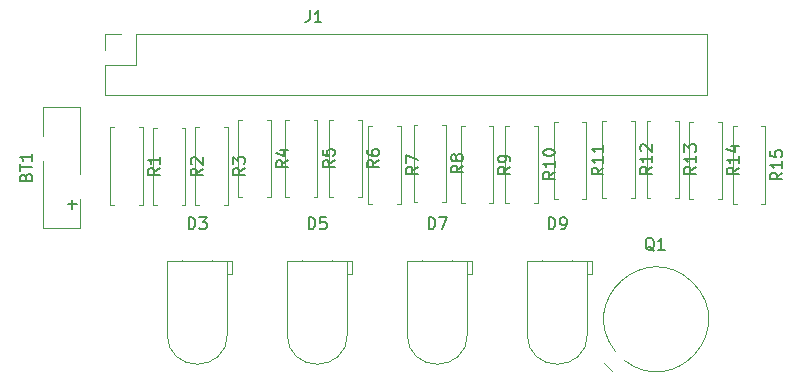
<source format=gto>
G04 #@! TF.GenerationSoftware,KiCad,Pcbnew,(5.1.10-1-10_14)*
G04 #@! TF.CreationDate,2021-06-13T21:08:41+02:00*
G04 #@! TF.ProjectId,led_status_pcb_design,6c65645f-7374-4617-9475-735f7063625f,1.0*
G04 #@! TF.SameCoordinates,Original*
G04 #@! TF.FileFunction,Legend,Top*
G04 #@! TF.FilePolarity,Positive*
%FSLAX46Y46*%
G04 Gerber Fmt 4.6, Leading zero omitted, Abs format (unit mm)*
G04 Created by KiCad (PCBNEW (5.1.10-1-10_14)) date 2021-06-13 21:08:41*
%MOMM*%
%LPD*%
G01*
G04 APERTURE LIST*
%ADD10C,0.100000*%
%ADD11C,0.120000*%
%ADD12C,0.150000*%
G04 APERTURE END LIST*
D10*
X166918920Y-119664560D02*
X167593920Y-120339560D01*
X168600383Y-119394654D02*
G75*
G03*
X167868920Y-118664560I2718537J3455094D01*
G01*
D11*
X124672780Y-96977500D02*
X124672780Y-94377500D01*
X124672780Y-96977500D02*
X175592780Y-96977500D01*
X175592780Y-96977500D02*
X175592780Y-91777500D01*
X127272780Y-91777500D02*
X175592780Y-91777500D01*
X127272780Y-94377500D02*
X127272780Y-91777500D01*
X124672780Y-94377500D02*
X127272780Y-94377500D01*
X124672780Y-91777500D02*
X126002780Y-91777500D01*
X124672780Y-93107500D02*
X124672780Y-91777500D01*
X122512000Y-108213000D02*
X122512000Y-105788000D01*
X122512000Y-103668000D02*
X122512000Y-97993000D01*
X122512000Y-97993000D02*
X119442000Y-97993000D01*
X122512000Y-108213000D02*
X119442000Y-108213000D01*
X119442000Y-108213000D02*
X119442000Y-102538000D01*
X119442000Y-100418000D02*
X119442000Y-97993000D01*
X133732000Y-110888000D02*
X133732000Y-110888000D01*
X133732000Y-111018000D02*
X133732000Y-110888000D01*
X133732000Y-111018000D02*
X133732000Y-111018000D01*
X133732000Y-110888000D02*
X133732000Y-111018000D01*
X131192000Y-110888000D02*
X131192000Y-110888000D01*
X131192000Y-111018000D02*
X131192000Y-110888000D01*
X131192000Y-111018000D02*
X131192000Y-111018000D01*
X131192000Y-110888000D02*
X131192000Y-111018000D01*
X135022000Y-111018000D02*
X135422000Y-111018000D01*
X135022000Y-112138000D02*
X135022000Y-111018000D01*
X135422000Y-112138000D02*
X135022000Y-112138000D01*
X135422000Y-111018000D02*
X135422000Y-112138000D01*
X129902000Y-111018000D02*
X135022000Y-111018000D01*
X135022000Y-111018000D02*
X135022000Y-117178000D01*
X129902000Y-111018000D02*
X129902000Y-117178000D01*
X135022000Y-117178000D02*
G75*
G02*
X129902000Y-117178000I-2560000J0D01*
G01*
X143892000Y-110888000D02*
X143892000Y-110888000D01*
X143892000Y-111018000D02*
X143892000Y-110888000D01*
X143892000Y-111018000D02*
X143892000Y-111018000D01*
X143892000Y-110888000D02*
X143892000Y-111018000D01*
X141352000Y-110888000D02*
X141352000Y-110888000D01*
X141352000Y-111018000D02*
X141352000Y-110888000D01*
X141352000Y-111018000D02*
X141352000Y-111018000D01*
X141352000Y-110888000D02*
X141352000Y-111018000D01*
X145182000Y-111018000D02*
X145582000Y-111018000D01*
X145182000Y-112138000D02*
X145182000Y-111018000D01*
X145582000Y-112138000D02*
X145182000Y-112138000D01*
X145582000Y-111018000D02*
X145582000Y-112138000D01*
X140062000Y-111018000D02*
X145182000Y-111018000D01*
X145182000Y-111018000D02*
X145182000Y-117178000D01*
X140062000Y-111018000D02*
X140062000Y-117178000D01*
X145182000Y-117178000D02*
G75*
G02*
X140062000Y-117178000I-2560000J0D01*
G01*
X150222000Y-111018000D02*
X150222000Y-117178000D01*
X155342000Y-111018000D02*
X155342000Y-117178000D01*
X150222000Y-111018000D02*
X155342000Y-111018000D01*
X155742000Y-111018000D02*
X155742000Y-112138000D01*
X155742000Y-112138000D02*
X155342000Y-112138000D01*
X155342000Y-112138000D02*
X155342000Y-111018000D01*
X155342000Y-111018000D02*
X155742000Y-111018000D01*
X151512000Y-110888000D02*
X151512000Y-111018000D01*
X151512000Y-111018000D02*
X151512000Y-111018000D01*
X151512000Y-111018000D02*
X151512000Y-110888000D01*
X151512000Y-110888000D02*
X151512000Y-110888000D01*
X154052000Y-110888000D02*
X154052000Y-111018000D01*
X154052000Y-111018000D02*
X154052000Y-111018000D01*
X154052000Y-111018000D02*
X154052000Y-110888000D01*
X154052000Y-110888000D02*
X154052000Y-110888000D01*
X155342000Y-117178000D02*
G75*
G02*
X150222000Y-117178000I-2560000J0D01*
G01*
X160382000Y-111018000D02*
X160382000Y-117178000D01*
X165502000Y-111018000D02*
X165502000Y-117178000D01*
X160382000Y-111018000D02*
X165502000Y-111018000D01*
X165902000Y-111018000D02*
X165902000Y-112138000D01*
X165902000Y-112138000D02*
X165502000Y-112138000D01*
X165502000Y-112138000D02*
X165502000Y-111018000D01*
X165502000Y-111018000D02*
X165902000Y-111018000D01*
X161672000Y-110888000D02*
X161672000Y-111018000D01*
X161672000Y-111018000D02*
X161672000Y-111018000D01*
X161672000Y-111018000D02*
X161672000Y-110888000D01*
X161672000Y-110888000D02*
X161672000Y-110888000D01*
X164212000Y-110888000D02*
X164212000Y-111018000D01*
X164212000Y-111018000D02*
X164212000Y-111018000D01*
X164212000Y-111018000D02*
X164212000Y-110888000D01*
X164212000Y-110888000D02*
X164212000Y-110888000D01*
X165502000Y-117178000D02*
G75*
G02*
X160382000Y-117178000I-2560000J0D01*
G01*
X127497440Y-99687620D02*
X127827440Y-99687620D01*
X127827440Y-99687620D02*
X127827440Y-106227620D01*
X127827440Y-106227620D02*
X127497440Y-106227620D01*
X125417440Y-99687620D02*
X125087440Y-99687620D01*
X125087440Y-99687620D02*
X125087440Y-106227620D01*
X125087440Y-106227620D02*
X125417440Y-106227620D01*
X128719640Y-106278420D02*
X129049640Y-106278420D01*
X128719640Y-99738420D02*
X128719640Y-106278420D01*
X129049640Y-99738420D02*
X128719640Y-99738420D01*
X131459640Y-106278420D02*
X131129640Y-106278420D01*
X131459640Y-99738420D02*
X131459640Y-106278420D01*
X131129640Y-99738420D02*
X131459640Y-99738420D01*
X132303580Y-106227620D02*
X132633580Y-106227620D01*
X132303580Y-99687620D02*
X132303580Y-106227620D01*
X132633580Y-99687620D02*
X132303580Y-99687620D01*
X135043580Y-106227620D02*
X134713580Y-106227620D01*
X135043580Y-99687620D02*
X135043580Y-106227620D01*
X134713580Y-99687620D02*
X135043580Y-99687620D01*
X138355940Y-99047540D02*
X138685940Y-99047540D01*
X138685940Y-99047540D02*
X138685940Y-105587540D01*
X138685940Y-105587540D02*
X138355940Y-105587540D01*
X136275940Y-99047540D02*
X135945940Y-99047540D01*
X135945940Y-99047540D02*
X135945940Y-105587540D01*
X135945940Y-105587540D02*
X136275940Y-105587540D01*
X139900720Y-105587540D02*
X140230720Y-105587540D01*
X139900720Y-99047540D02*
X139900720Y-105587540D01*
X140230720Y-99047540D02*
X139900720Y-99047540D01*
X142640720Y-105587540D02*
X142310720Y-105587540D01*
X142640720Y-99047540D02*
X142640720Y-105587540D01*
X142310720Y-99047540D02*
X142640720Y-99047540D01*
X146059760Y-99047540D02*
X146389760Y-99047540D01*
X146389760Y-99047540D02*
X146389760Y-105587540D01*
X146389760Y-105587540D02*
X146059760Y-105587540D01*
X143979760Y-99047540D02*
X143649760Y-99047540D01*
X143649760Y-99047540D02*
X143649760Y-105587540D01*
X143649760Y-105587540D02*
X143979760Y-105587540D01*
X146949220Y-106136180D02*
X147279220Y-106136180D01*
X146949220Y-99596180D02*
X146949220Y-106136180D01*
X147279220Y-99596180D02*
X146949220Y-99596180D01*
X149689220Y-106136180D02*
X149359220Y-106136180D01*
X149689220Y-99596180D02*
X149689220Y-106136180D01*
X149359220Y-99596180D02*
X149689220Y-99596180D01*
X153181920Y-99484420D02*
X153511920Y-99484420D01*
X153511920Y-99484420D02*
X153511920Y-106024420D01*
X153511920Y-106024420D02*
X153181920Y-106024420D01*
X151101920Y-99484420D02*
X150771920Y-99484420D01*
X150771920Y-99484420D02*
X150771920Y-106024420D01*
X150771920Y-106024420D02*
X151101920Y-106024420D01*
X154759720Y-106123480D02*
X155089720Y-106123480D01*
X154759720Y-99583480D02*
X154759720Y-106123480D01*
X155089720Y-99583480D02*
X154759720Y-99583480D01*
X157499720Y-106123480D02*
X157169720Y-106123480D01*
X157499720Y-99583480D02*
X157499720Y-106123480D01*
X157169720Y-99583480D02*
X157499720Y-99583480D01*
X160954320Y-99532680D02*
X161284320Y-99532680D01*
X161284320Y-99532680D02*
X161284320Y-106072680D01*
X161284320Y-106072680D02*
X160954320Y-106072680D01*
X158874320Y-99532680D02*
X158544320Y-99532680D01*
X158544320Y-99532680D02*
X158544320Y-106072680D01*
X158544320Y-106072680D02*
X158874320Y-106072680D01*
X162661660Y-105727240D02*
X162991660Y-105727240D01*
X162661660Y-99187240D02*
X162661660Y-105727240D01*
X162991660Y-99187240D02*
X162661660Y-99187240D01*
X165401660Y-105727240D02*
X165071660Y-105727240D01*
X165401660Y-99187240D02*
X165401660Y-105727240D01*
X165071660Y-99187240D02*
X165401660Y-99187240D01*
X169166140Y-99116120D02*
X169496140Y-99116120D01*
X169496140Y-99116120D02*
X169496140Y-105656120D01*
X169496140Y-105656120D02*
X169166140Y-105656120D01*
X167086140Y-99116120D02*
X166756140Y-99116120D01*
X166756140Y-99116120D02*
X166756140Y-105656120D01*
X166756140Y-105656120D02*
X167086140Y-105656120D01*
X170505180Y-105656120D02*
X170835180Y-105656120D01*
X170505180Y-99116120D02*
X170505180Y-105656120D01*
X170835180Y-99116120D02*
X170505180Y-99116120D01*
X173245180Y-105656120D02*
X172915180Y-105656120D01*
X173245180Y-99116120D02*
X173245180Y-105656120D01*
X172915180Y-99116120D02*
X173245180Y-99116120D01*
X176521980Y-99187240D02*
X176851980Y-99187240D01*
X176851980Y-99187240D02*
X176851980Y-105727240D01*
X176851980Y-105727240D02*
X176521980Y-105727240D01*
X174441980Y-99187240D02*
X174111980Y-99187240D01*
X174111980Y-99187240D02*
X174111980Y-105727240D01*
X174111980Y-105727240D02*
X174441980Y-105727240D01*
X177789900Y-106141260D02*
X178119900Y-106141260D01*
X177789900Y-99601260D02*
X177789900Y-106141260D01*
X178119900Y-99601260D02*
X177789900Y-99601260D01*
X180529900Y-106141260D02*
X180199900Y-106141260D01*
X180529900Y-99601260D02*
X180529900Y-106141260D01*
X180199900Y-99601260D02*
X180529900Y-99601260D01*
D12*
X171148681Y-110137179D02*
X171053443Y-110089560D01*
X170958205Y-109994321D01*
X170815348Y-109851464D01*
X170720110Y-109803845D01*
X170624872Y-109803845D01*
X170672491Y-110041940D02*
X170577253Y-109994321D01*
X170482015Y-109899083D01*
X170434396Y-109708607D01*
X170434396Y-109375274D01*
X170482015Y-109184798D01*
X170577253Y-109089560D01*
X170672491Y-109041940D01*
X170862967Y-109041940D01*
X170958205Y-109089560D01*
X171053443Y-109184798D01*
X171101062Y-109375274D01*
X171101062Y-109708607D01*
X171053443Y-109899083D01*
X170958205Y-109994321D01*
X170862967Y-110041940D01*
X170672491Y-110041940D01*
X172053443Y-110041940D02*
X171482015Y-110041940D01*
X171767729Y-110041940D02*
X171767729Y-109041940D01*
X171672491Y-109184798D01*
X171577253Y-109280036D01*
X171482015Y-109327655D01*
X141969446Y-89759880D02*
X141969446Y-90474166D01*
X141921827Y-90617023D01*
X141826589Y-90712261D01*
X141683732Y-90759880D01*
X141588494Y-90759880D01*
X142969446Y-90759880D02*
X142398018Y-90759880D01*
X142683732Y-90759880D02*
X142683732Y-89759880D01*
X142588494Y-89902738D01*
X142493256Y-89997976D01*
X142398018Y-90045595D01*
X117930571Y-103888714D02*
X117978190Y-103745857D01*
X118025809Y-103698238D01*
X118121047Y-103650619D01*
X118263904Y-103650619D01*
X118359142Y-103698238D01*
X118406761Y-103745857D01*
X118454380Y-103841095D01*
X118454380Y-104222047D01*
X117454380Y-104222047D01*
X117454380Y-103888714D01*
X117502000Y-103793476D01*
X117549619Y-103745857D01*
X117644857Y-103698238D01*
X117740095Y-103698238D01*
X117835333Y-103745857D01*
X117882952Y-103793476D01*
X117930571Y-103888714D01*
X117930571Y-104222047D01*
X117454380Y-103364904D02*
X117454380Y-102793476D01*
X118454380Y-103079190D02*
X117454380Y-103079190D01*
X118454380Y-101936333D02*
X118454380Y-102507761D01*
X118454380Y-102222047D02*
X117454380Y-102222047D01*
X117597238Y-102317285D01*
X117692476Y-102412523D01*
X117740095Y-102507761D01*
X121873428Y-106568952D02*
X121873428Y-105807047D01*
X122254380Y-106188000D02*
X121492476Y-106188000D01*
X131723904Y-108300380D02*
X131723904Y-107300380D01*
X131962000Y-107300380D01*
X132104857Y-107348000D01*
X132200095Y-107443238D01*
X132247714Y-107538476D01*
X132295333Y-107728952D01*
X132295333Y-107871809D01*
X132247714Y-108062285D01*
X132200095Y-108157523D01*
X132104857Y-108252761D01*
X131962000Y-108300380D01*
X131723904Y-108300380D01*
X132628666Y-107300380D02*
X133247714Y-107300380D01*
X132914380Y-107681333D01*
X133057238Y-107681333D01*
X133152476Y-107728952D01*
X133200095Y-107776571D01*
X133247714Y-107871809D01*
X133247714Y-108109904D01*
X133200095Y-108205142D01*
X133152476Y-108252761D01*
X133057238Y-108300380D01*
X132771523Y-108300380D01*
X132676285Y-108252761D01*
X132628666Y-108205142D01*
X141883904Y-108300380D02*
X141883904Y-107300380D01*
X142122000Y-107300380D01*
X142264857Y-107348000D01*
X142360095Y-107443238D01*
X142407714Y-107538476D01*
X142455333Y-107728952D01*
X142455333Y-107871809D01*
X142407714Y-108062285D01*
X142360095Y-108157523D01*
X142264857Y-108252761D01*
X142122000Y-108300380D01*
X141883904Y-108300380D01*
X143360095Y-107300380D02*
X142883904Y-107300380D01*
X142836285Y-107776571D01*
X142883904Y-107728952D01*
X142979142Y-107681333D01*
X143217238Y-107681333D01*
X143312476Y-107728952D01*
X143360095Y-107776571D01*
X143407714Y-107871809D01*
X143407714Y-108109904D01*
X143360095Y-108205142D01*
X143312476Y-108252761D01*
X143217238Y-108300380D01*
X142979142Y-108300380D01*
X142883904Y-108252761D01*
X142836285Y-108205142D01*
X152043904Y-108300380D02*
X152043904Y-107300380D01*
X152282000Y-107300380D01*
X152424857Y-107348000D01*
X152520095Y-107443238D01*
X152567714Y-107538476D01*
X152615333Y-107728952D01*
X152615333Y-107871809D01*
X152567714Y-108062285D01*
X152520095Y-108157523D01*
X152424857Y-108252761D01*
X152282000Y-108300380D01*
X152043904Y-108300380D01*
X152948666Y-107300380D02*
X153615333Y-107300380D01*
X153186761Y-108300380D01*
X162203904Y-108300380D02*
X162203904Y-107300380D01*
X162442000Y-107300380D01*
X162584857Y-107348000D01*
X162680095Y-107443238D01*
X162727714Y-107538476D01*
X162775333Y-107728952D01*
X162775333Y-107871809D01*
X162727714Y-108062285D01*
X162680095Y-108157523D01*
X162584857Y-108252761D01*
X162442000Y-108300380D01*
X162203904Y-108300380D01*
X163251523Y-108300380D02*
X163442000Y-108300380D01*
X163537238Y-108252761D01*
X163584857Y-108205142D01*
X163680095Y-108062285D01*
X163727714Y-107871809D01*
X163727714Y-107490857D01*
X163680095Y-107395619D01*
X163632476Y-107348000D01*
X163537238Y-107300380D01*
X163346761Y-107300380D01*
X163251523Y-107348000D01*
X163203904Y-107395619D01*
X163156285Y-107490857D01*
X163156285Y-107728952D01*
X163203904Y-107824190D01*
X163251523Y-107871809D01*
X163346761Y-107919428D01*
X163537238Y-107919428D01*
X163632476Y-107871809D01*
X163680095Y-107824190D01*
X163727714Y-107728952D01*
X129279820Y-103124286D02*
X128803630Y-103457620D01*
X129279820Y-103695715D02*
X128279820Y-103695715D01*
X128279820Y-103314762D01*
X128327440Y-103219524D01*
X128375059Y-103171905D01*
X128470297Y-103124286D01*
X128613154Y-103124286D01*
X128708392Y-103171905D01*
X128756011Y-103219524D01*
X128803630Y-103314762D01*
X128803630Y-103695715D01*
X129279820Y-102171905D02*
X129279820Y-102743334D01*
X129279820Y-102457620D02*
X128279820Y-102457620D01*
X128422678Y-102552858D01*
X128517916Y-102648096D01*
X128565535Y-102743334D01*
X132912020Y-103175086D02*
X132435830Y-103508420D01*
X132912020Y-103746515D02*
X131912020Y-103746515D01*
X131912020Y-103365562D01*
X131959640Y-103270324D01*
X132007259Y-103222705D01*
X132102497Y-103175086D01*
X132245354Y-103175086D01*
X132340592Y-103222705D01*
X132388211Y-103270324D01*
X132435830Y-103365562D01*
X132435830Y-103746515D01*
X132007259Y-102794134D02*
X131959640Y-102746515D01*
X131912020Y-102651277D01*
X131912020Y-102413181D01*
X131959640Y-102317943D01*
X132007259Y-102270324D01*
X132102497Y-102222705D01*
X132197735Y-102222705D01*
X132340592Y-102270324D01*
X132912020Y-102841753D01*
X132912020Y-102222705D01*
X136495960Y-103124286D02*
X136019770Y-103457620D01*
X136495960Y-103695715D02*
X135495960Y-103695715D01*
X135495960Y-103314762D01*
X135543580Y-103219524D01*
X135591199Y-103171905D01*
X135686437Y-103124286D01*
X135829294Y-103124286D01*
X135924532Y-103171905D01*
X135972151Y-103219524D01*
X136019770Y-103314762D01*
X136019770Y-103695715D01*
X135495960Y-102790953D02*
X135495960Y-102171905D01*
X135876913Y-102505239D01*
X135876913Y-102362381D01*
X135924532Y-102267143D01*
X135972151Y-102219524D01*
X136067389Y-102171905D01*
X136305484Y-102171905D01*
X136400722Y-102219524D01*
X136448341Y-102267143D01*
X136495960Y-102362381D01*
X136495960Y-102648096D01*
X136448341Y-102743334D01*
X136400722Y-102790953D01*
X140138320Y-102484206D02*
X139662130Y-102817540D01*
X140138320Y-103055635D02*
X139138320Y-103055635D01*
X139138320Y-102674682D01*
X139185940Y-102579444D01*
X139233559Y-102531825D01*
X139328797Y-102484206D01*
X139471654Y-102484206D01*
X139566892Y-102531825D01*
X139614511Y-102579444D01*
X139662130Y-102674682D01*
X139662130Y-103055635D01*
X139471654Y-101627063D02*
X140138320Y-101627063D01*
X139090701Y-101865159D02*
X139804987Y-102103254D01*
X139804987Y-101484206D01*
X144093100Y-102484206D02*
X143616910Y-102817540D01*
X144093100Y-103055635D02*
X143093100Y-103055635D01*
X143093100Y-102674682D01*
X143140720Y-102579444D01*
X143188339Y-102531825D01*
X143283577Y-102484206D01*
X143426434Y-102484206D01*
X143521672Y-102531825D01*
X143569291Y-102579444D01*
X143616910Y-102674682D01*
X143616910Y-103055635D01*
X143093100Y-101579444D02*
X143093100Y-102055635D01*
X143569291Y-102103254D01*
X143521672Y-102055635D01*
X143474053Y-101960397D01*
X143474053Y-101722301D01*
X143521672Y-101627063D01*
X143569291Y-101579444D01*
X143664529Y-101531825D01*
X143902624Y-101531825D01*
X143997862Y-101579444D01*
X144045481Y-101627063D01*
X144093100Y-101722301D01*
X144093100Y-101960397D01*
X144045481Y-102055635D01*
X143997862Y-102103254D01*
X147842140Y-102484206D02*
X147365950Y-102817540D01*
X147842140Y-103055635D02*
X146842140Y-103055635D01*
X146842140Y-102674682D01*
X146889760Y-102579444D01*
X146937379Y-102531825D01*
X147032617Y-102484206D01*
X147175474Y-102484206D01*
X147270712Y-102531825D01*
X147318331Y-102579444D01*
X147365950Y-102674682D01*
X147365950Y-103055635D01*
X146842140Y-101627063D02*
X146842140Y-101817540D01*
X146889760Y-101912778D01*
X146937379Y-101960397D01*
X147080236Y-102055635D01*
X147270712Y-102103254D01*
X147651664Y-102103254D01*
X147746902Y-102055635D01*
X147794521Y-102008016D01*
X147842140Y-101912778D01*
X147842140Y-101722301D01*
X147794521Y-101627063D01*
X147746902Y-101579444D01*
X147651664Y-101531825D01*
X147413569Y-101531825D01*
X147318331Y-101579444D01*
X147270712Y-101627063D01*
X147223093Y-101722301D01*
X147223093Y-101912778D01*
X147270712Y-102008016D01*
X147318331Y-102055635D01*
X147413569Y-102103254D01*
X151141600Y-103032846D02*
X150665410Y-103366180D01*
X151141600Y-103604275D02*
X150141600Y-103604275D01*
X150141600Y-103223322D01*
X150189220Y-103128084D01*
X150236839Y-103080465D01*
X150332077Y-103032846D01*
X150474934Y-103032846D01*
X150570172Y-103080465D01*
X150617791Y-103128084D01*
X150665410Y-103223322D01*
X150665410Y-103604275D01*
X150141600Y-102699513D02*
X150141600Y-102032846D01*
X151141600Y-102461418D01*
X154964300Y-102921086D02*
X154488110Y-103254420D01*
X154964300Y-103492515D02*
X153964300Y-103492515D01*
X153964300Y-103111562D01*
X154011920Y-103016324D01*
X154059539Y-102968705D01*
X154154777Y-102921086D01*
X154297634Y-102921086D01*
X154392872Y-102968705D01*
X154440491Y-103016324D01*
X154488110Y-103111562D01*
X154488110Y-103492515D01*
X154392872Y-102349658D02*
X154345253Y-102444896D01*
X154297634Y-102492515D01*
X154202396Y-102540134D01*
X154154777Y-102540134D01*
X154059539Y-102492515D01*
X154011920Y-102444896D01*
X153964300Y-102349658D01*
X153964300Y-102159181D01*
X154011920Y-102063943D01*
X154059539Y-102016324D01*
X154154777Y-101968705D01*
X154202396Y-101968705D01*
X154297634Y-102016324D01*
X154345253Y-102063943D01*
X154392872Y-102159181D01*
X154392872Y-102349658D01*
X154440491Y-102444896D01*
X154488110Y-102492515D01*
X154583348Y-102540134D01*
X154773824Y-102540134D01*
X154869062Y-102492515D01*
X154916681Y-102444896D01*
X154964300Y-102349658D01*
X154964300Y-102159181D01*
X154916681Y-102063943D01*
X154869062Y-102016324D01*
X154773824Y-101968705D01*
X154583348Y-101968705D01*
X154488110Y-102016324D01*
X154440491Y-102063943D01*
X154392872Y-102159181D01*
X158952100Y-103020146D02*
X158475910Y-103353480D01*
X158952100Y-103591575D02*
X157952100Y-103591575D01*
X157952100Y-103210622D01*
X157999720Y-103115384D01*
X158047339Y-103067765D01*
X158142577Y-103020146D01*
X158285434Y-103020146D01*
X158380672Y-103067765D01*
X158428291Y-103115384D01*
X158475910Y-103210622D01*
X158475910Y-103591575D01*
X158952100Y-102543956D02*
X158952100Y-102353480D01*
X158904481Y-102258241D01*
X158856862Y-102210622D01*
X158714005Y-102115384D01*
X158523529Y-102067765D01*
X158142577Y-102067765D01*
X158047339Y-102115384D01*
X157999720Y-102163003D01*
X157952100Y-102258241D01*
X157952100Y-102448718D01*
X157999720Y-102543956D01*
X158047339Y-102591575D01*
X158142577Y-102639194D01*
X158380672Y-102639194D01*
X158475910Y-102591575D01*
X158523529Y-102543956D01*
X158571148Y-102448718D01*
X158571148Y-102258241D01*
X158523529Y-102163003D01*
X158475910Y-102115384D01*
X158380672Y-102067765D01*
X162736700Y-103445537D02*
X162260510Y-103778870D01*
X162736700Y-104016965D02*
X161736700Y-104016965D01*
X161736700Y-103636013D01*
X161784320Y-103540775D01*
X161831939Y-103493156D01*
X161927177Y-103445537D01*
X162070034Y-103445537D01*
X162165272Y-103493156D01*
X162212891Y-103540775D01*
X162260510Y-103636013D01*
X162260510Y-104016965D01*
X162736700Y-102493156D02*
X162736700Y-103064584D01*
X162736700Y-102778870D02*
X161736700Y-102778870D01*
X161879558Y-102874108D01*
X161974796Y-102969346D01*
X162022415Y-103064584D01*
X161736700Y-101874108D02*
X161736700Y-101778870D01*
X161784320Y-101683632D01*
X161831939Y-101636013D01*
X161927177Y-101588394D01*
X162117653Y-101540775D01*
X162355748Y-101540775D01*
X162546224Y-101588394D01*
X162641462Y-101636013D01*
X162689081Y-101683632D01*
X162736700Y-101778870D01*
X162736700Y-101874108D01*
X162689081Y-101969346D01*
X162641462Y-102016965D01*
X162546224Y-102064584D01*
X162355748Y-102112203D01*
X162117653Y-102112203D01*
X161927177Y-102064584D01*
X161831939Y-102016965D01*
X161784320Y-101969346D01*
X161736700Y-101874108D01*
X166854040Y-103100097D02*
X166377850Y-103433430D01*
X166854040Y-103671525D02*
X165854040Y-103671525D01*
X165854040Y-103290573D01*
X165901660Y-103195335D01*
X165949279Y-103147716D01*
X166044517Y-103100097D01*
X166187374Y-103100097D01*
X166282612Y-103147716D01*
X166330231Y-103195335D01*
X166377850Y-103290573D01*
X166377850Y-103671525D01*
X166854040Y-102147716D02*
X166854040Y-102719144D01*
X166854040Y-102433430D02*
X165854040Y-102433430D01*
X165996898Y-102528668D01*
X166092136Y-102623906D01*
X166139755Y-102719144D01*
X166854040Y-101195335D02*
X166854040Y-101766763D01*
X166854040Y-101481049D02*
X165854040Y-101481049D01*
X165996898Y-101576287D01*
X166092136Y-101671525D01*
X166139755Y-101766763D01*
X170948520Y-103028977D02*
X170472330Y-103362310D01*
X170948520Y-103600405D02*
X169948520Y-103600405D01*
X169948520Y-103219453D01*
X169996140Y-103124215D01*
X170043759Y-103076596D01*
X170138997Y-103028977D01*
X170281854Y-103028977D01*
X170377092Y-103076596D01*
X170424711Y-103124215D01*
X170472330Y-103219453D01*
X170472330Y-103600405D01*
X170948520Y-102076596D02*
X170948520Y-102648024D01*
X170948520Y-102362310D02*
X169948520Y-102362310D01*
X170091378Y-102457548D01*
X170186616Y-102552786D01*
X170234235Y-102648024D01*
X170043759Y-101695643D02*
X169996140Y-101648024D01*
X169948520Y-101552786D01*
X169948520Y-101314691D01*
X169996140Y-101219453D01*
X170043759Y-101171834D01*
X170138997Y-101124215D01*
X170234235Y-101124215D01*
X170377092Y-101171834D01*
X170948520Y-101743262D01*
X170948520Y-101124215D01*
X174697560Y-103028977D02*
X174221370Y-103362310D01*
X174697560Y-103600405D02*
X173697560Y-103600405D01*
X173697560Y-103219453D01*
X173745180Y-103124215D01*
X173792799Y-103076596D01*
X173888037Y-103028977D01*
X174030894Y-103028977D01*
X174126132Y-103076596D01*
X174173751Y-103124215D01*
X174221370Y-103219453D01*
X174221370Y-103600405D01*
X174697560Y-102076596D02*
X174697560Y-102648024D01*
X174697560Y-102362310D02*
X173697560Y-102362310D01*
X173840418Y-102457548D01*
X173935656Y-102552786D01*
X173983275Y-102648024D01*
X173697560Y-101743262D02*
X173697560Y-101124215D01*
X174078513Y-101457548D01*
X174078513Y-101314691D01*
X174126132Y-101219453D01*
X174173751Y-101171834D01*
X174268989Y-101124215D01*
X174507084Y-101124215D01*
X174602322Y-101171834D01*
X174649941Y-101219453D01*
X174697560Y-101314691D01*
X174697560Y-101600405D01*
X174649941Y-101695643D01*
X174602322Y-101743262D01*
X178304360Y-103100097D02*
X177828170Y-103433430D01*
X178304360Y-103671525D02*
X177304360Y-103671525D01*
X177304360Y-103290573D01*
X177351980Y-103195335D01*
X177399599Y-103147716D01*
X177494837Y-103100097D01*
X177637694Y-103100097D01*
X177732932Y-103147716D01*
X177780551Y-103195335D01*
X177828170Y-103290573D01*
X177828170Y-103671525D01*
X178304360Y-102147716D02*
X178304360Y-102719144D01*
X178304360Y-102433430D02*
X177304360Y-102433430D01*
X177447218Y-102528668D01*
X177542456Y-102623906D01*
X177590075Y-102719144D01*
X177637694Y-101290573D02*
X178304360Y-101290573D01*
X177256741Y-101528668D02*
X177971027Y-101766763D01*
X177971027Y-101147716D01*
X181982280Y-103514117D02*
X181506090Y-103847450D01*
X181982280Y-104085545D02*
X180982280Y-104085545D01*
X180982280Y-103704593D01*
X181029900Y-103609355D01*
X181077519Y-103561736D01*
X181172757Y-103514117D01*
X181315614Y-103514117D01*
X181410852Y-103561736D01*
X181458471Y-103609355D01*
X181506090Y-103704593D01*
X181506090Y-104085545D01*
X181982280Y-102561736D02*
X181982280Y-103133164D01*
X181982280Y-102847450D02*
X180982280Y-102847450D01*
X181125138Y-102942688D01*
X181220376Y-103037926D01*
X181267995Y-103133164D01*
X180982280Y-101656974D02*
X180982280Y-102133164D01*
X181458471Y-102180783D01*
X181410852Y-102133164D01*
X181363233Y-102037926D01*
X181363233Y-101799831D01*
X181410852Y-101704593D01*
X181458471Y-101656974D01*
X181553709Y-101609355D01*
X181791804Y-101609355D01*
X181887042Y-101656974D01*
X181934661Y-101704593D01*
X181982280Y-101799831D01*
X181982280Y-102037926D01*
X181934661Y-102133164D01*
X181887042Y-102180783D01*
M02*

</source>
